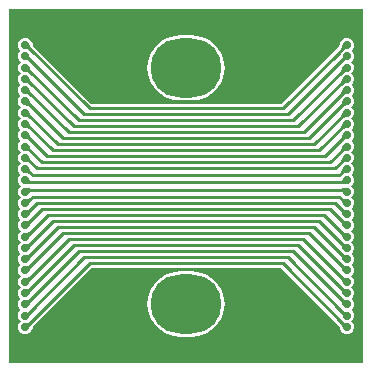
<source format=gbl>
G04*
G04 #@! TF.GenerationSoftware,Altium Limited,Altium Designer,25.8.1 (18)*
G04*
G04 Layer_Physical_Order=4*
G04 Layer_Color=16711680*
%FSLAX44Y44*%
%MOMM*%
G71*
G04*
G04 #@! TF.SameCoordinates,EA15CCC8-5DA6-4286-B6DC-50CED7DD3932*
G04*
G04*
G04 #@! TF.FilePolarity,Positive*
G04*
G01*
G75*
%ADD21C,0.2320*%
%ADD22O,6.0000X5.0000*%
%ADD23C,0.3000*%
%ADD24C,0.7000*%
G36*
X300000Y0D02*
X0D01*
Y300000D01*
X300000D01*
Y0D01*
D02*
G37*
%LPC*%
G36*
X155000Y277625D02*
X145000D01*
X140679Y277285D01*
X136463Y276273D01*
X132458Y274614D01*
X128762Y272349D01*
X125466Y269534D01*
X122651Y266238D01*
X120386Y262542D01*
X118727Y258537D01*
X117715Y254321D01*
X117375Y250000D01*
X117715Y245679D01*
X118727Y241463D01*
X120386Y237458D01*
X122651Y233762D01*
X125466Y230466D01*
X128762Y227651D01*
X132458Y225386D01*
X136463Y223727D01*
X140679Y222715D01*
X145000Y222375D01*
X155000D01*
X159321Y222715D01*
X163537Y223727D01*
X167542Y225386D01*
X171238Y227651D01*
X174534Y230466D01*
X177349Y233762D01*
X179614Y237458D01*
X181273Y241463D01*
X182285Y245679D01*
X182625Y250000D01*
X182285Y254321D01*
X181273Y258537D01*
X179614Y262542D01*
X177349Y266238D01*
X174534Y269534D01*
X171238Y272349D01*
X167542Y274614D01*
X163537Y276273D01*
X159321Y277285D01*
X155000Y277625D01*
D02*
G37*
G36*
X287201Y275290D02*
X284799D01*
X282579Y274371D01*
X280879Y272672D01*
X279960Y270452D01*
Y269827D01*
X279929Y269725D01*
X279903Y269446D01*
X279874Y269265D01*
X279838Y269104D01*
X279795Y268962D01*
X279747Y268837D01*
X279695Y268725D01*
X279637Y268622D01*
X279580Y268539D01*
X276438Y265397D01*
X275688Y264273D01*
X230887Y219473D01*
X69911D01*
X20505Y268878D01*
X20434Y268979D01*
X20360Y269102D01*
X20290Y269238D01*
X20225Y269388D01*
X20164Y269555D01*
X20109Y269741D01*
X20061Y269947D01*
X20040Y270063D01*
Y270452D01*
X19120Y272672D01*
X17421Y274371D01*
X15201Y275290D01*
X12799D01*
X10579Y274371D01*
X8880Y272672D01*
X7960Y270452D01*
Y268049D01*
X8880Y265829D01*
X10025Y264684D01*
X8464Y263123D01*
X7544Y260903D01*
Y258500D01*
X8464Y256280D01*
X10016Y254728D01*
X8880Y253592D01*
X7960Y251372D01*
Y248969D01*
X8880Y246749D01*
X10228Y245400D01*
X8880Y244052D01*
X7960Y241832D01*
Y239429D01*
X8880Y237209D01*
X10228Y235860D01*
X8880Y234512D01*
X7960Y232292D01*
Y229889D01*
X8880Y227669D01*
X10228Y226320D01*
X8880Y224972D01*
X7960Y222752D01*
Y220349D01*
X8880Y218129D01*
X10228Y216780D01*
X8880Y215432D01*
X7960Y213212D01*
Y210809D01*
X8880Y208589D01*
X10228Y207240D01*
X8880Y205892D01*
X7960Y203672D01*
Y201269D01*
X8880Y199049D01*
X10228Y197700D01*
X8880Y196352D01*
X7960Y194132D01*
Y191729D01*
X8880Y189509D01*
X10228Y188160D01*
X8880Y186812D01*
X7960Y184592D01*
Y182189D01*
X8880Y179969D01*
X10228Y178620D01*
X8880Y177271D01*
X7960Y175051D01*
Y172649D01*
X8880Y170429D01*
X10228Y169080D01*
X8880Y167731D01*
X7960Y165511D01*
Y163109D01*
X8880Y160889D01*
X10228Y159540D01*
X8880Y158191D01*
X7960Y155971D01*
Y153569D01*
X8880Y151349D01*
X10228Y150000D01*
X8880Y148651D01*
X7960Y146431D01*
Y144029D01*
X8880Y141809D01*
X10228Y140460D01*
X8880Y139111D01*
X7960Y136891D01*
Y134488D01*
X8880Y132268D01*
X10228Y130920D01*
X8880Y129571D01*
X7960Y127351D01*
Y124949D01*
X8880Y122729D01*
X10228Y121380D01*
X8880Y120031D01*
X7960Y117811D01*
Y115408D01*
X8880Y113188D01*
X10228Y111840D01*
X8880Y110491D01*
X7960Y108271D01*
Y105868D01*
X8880Y103648D01*
X10228Y102300D01*
X8880Y100951D01*
X7960Y98731D01*
Y96328D01*
X8880Y94108D01*
X10228Y92760D01*
X8880Y91411D01*
X7960Y89191D01*
Y86788D01*
X8880Y84568D01*
X10228Y83220D01*
X8880Y81871D01*
X7960Y79651D01*
Y77248D01*
X8880Y75028D01*
X10228Y73680D01*
X8880Y72331D01*
X7960Y70111D01*
Y67708D01*
X8880Y65488D01*
X10228Y64140D01*
X8880Y62791D01*
X7960Y60571D01*
Y58168D01*
X8880Y55948D01*
X10228Y54600D01*
X8880Y53251D01*
X7960Y51031D01*
Y48628D01*
X8880Y46408D01*
X10016Y45272D01*
X8464Y43720D01*
X7544Y41500D01*
Y39097D01*
X8464Y36877D01*
X10025Y35316D01*
X8880Y34171D01*
X7960Y31951D01*
Y29548D01*
X8880Y27328D01*
X10579Y25629D01*
X12799Y24709D01*
X15201D01*
X17421Y25629D01*
X19120Y27328D01*
X20040Y29548D01*
Y29937D01*
X20061Y30053D01*
X20109Y30259D01*
X20164Y30444D01*
X20225Y30612D01*
X20290Y30762D01*
X20360Y30898D01*
X20434Y31021D01*
X20505Y31122D01*
X70011Y80627D01*
X230414D01*
X279580Y31461D01*
X279637Y31378D01*
X279695Y31275D01*
X279747Y31163D01*
X279795Y31038D01*
X279838Y30896D01*
X279874Y30736D01*
X279903Y30554D01*
X279929Y30275D01*
X279960Y30173D01*
Y29548D01*
X280879Y27328D01*
X282579Y25629D01*
X284799Y24709D01*
X287201D01*
X289421Y25629D01*
X291120Y27328D01*
X292040Y29548D01*
Y31951D01*
X291120Y34171D01*
X289975Y35316D01*
X291536Y36877D01*
X292456Y39097D01*
Y41500D01*
X291536Y43720D01*
X289984Y45272D01*
X291120Y46408D01*
X292040Y48628D01*
Y51031D01*
X291120Y53251D01*
X289772Y54600D01*
X291120Y55948D01*
X292040Y58168D01*
Y60571D01*
X291120Y62791D01*
X289772Y64140D01*
X291120Y65488D01*
X292040Y67708D01*
Y70111D01*
X291120Y72331D01*
X289772Y73680D01*
X291120Y75028D01*
X292040Y77248D01*
Y79651D01*
X291120Y81871D01*
X289772Y83220D01*
X291120Y84568D01*
X292040Y86788D01*
Y89191D01*
X291120Y91411D01*
X289772Y92760D01*
X291120Y94108D01*
X292040Y96328D01*
Y98731D01*
X291120Y100951D01*
X289772Y102300D01*
X291120Y103648D01*
X292040Y105868D01*
Y108271D01*
X291120Y110491D01*
X289772Y111840D01*
X291120Y113188D01*
X292040Y115408D01*
Y117811D01*
X291120Y120031D01*
X289772Y121380D01*
X291120Y122729D01*
X292040Y124949D01*
Y127351D01*
X291120Y129571D01*
X289772Y130920D01*
X291120Y132268D01*
X292040Y134488D01*
Y136891D01*
X291120Y139111D01*
X289772Y140460D01*
X291120Y141809D01*
X292040Y144029D01*
Y146431D01*
X291120Y148651D01*
X289772Y150000D01*
X291120Y151349D01*
X292040Y153569D01*
Y155971D01*
X291120Y158191D01*
X289772Y159540D01*
X291120Y160889D01*
X292040Y163109D01*
Y165511D01*
X291120Y167731D01*
X289772Y169080D01*
X291120Y170429D01*
X292040Y172649D01*
Y175051D01*
X291120Y177271D01*
X289772Y178620D01*
X291120Y179969D01*
X292040Y182189D01*
Y184592D01*
X291120Y186812D01*
X289772Y188160D01*
X291120Y189509D01*
X292040Y191729D01*
Y194132D01*
X291120Y196352D01*
X289772Y197700D01*
X291120Y199049D01*
X292040Y201269D01*
Y203672D01*
X291120Y205892D01*
X289772Y207240D01*
X291120Y208589D01*
X292040Y210809D01*
Y213212D01*
X291120Y215432D01*
X289772Y216780D01*
X291120Y218129D01*
X292040Y220349D01*
Y222752D01*
X291120Y224972D01*
X289772Y226320D01*
X291120Y227669D01*
X292040Y229889D01*
Y232292D01*
X291120Y234512D01*
X289772Y235860D01*
X291120Y237209D01*
X292040Y239429D01*
Y241832D01*
X291120Y244052D01*
X289772Y245400D01*
X291120Y246749D01*
X292040Y248969D01*
Y251372D01*
X291120Y253592D01*
X289984Y254728D01*
X291536Y256280D01*
X292456Y258500D01*
Y260903D01*
X291536Y263123D01*
X289975Y264684D01*
X291120Y265829D01*
X292040Y268049D01*
Y270452D01*
X291120Y272672D01*
X289421Y274371D01*
X287201Y275290D01*
D02*
G37*
G36*
X155000Y77625D02*
X145000D01*
X140679Y77285D01*
X136463Y76273D01*
X132458Y74614D01*
X128762Y72349D01*
X125466Y69534D01*
X122651Y66238D01*
X120386Y62542D01*
X118727Y58537D01*
X117715Y54321D01*
X117375Y50000D01*
X117715Y45679D01*
X118727Y41463D01*
X120386Y37458D01*
X122651Y33762D01*
X125466Y30466D01*
X128762Y27651D01*
X132458Y25386D01*
X136463Y23727D01*
X140679Y22715D01*
X145000Y22375D01*
X155000D01*
X159321Y22715D01*
X163537Y23727D01*
X167542Y25386D01*
X171238Y27651D01*
X174534Y30466D01*
X177349Y33762D01*
X179614Y37458D01*
X181273Y41463D01*
X182285Y45679D01*
X182625Y50000D01*
X182285Y54321D01*
X181273Y58537D01*
X179614Y62542D01*
X177349Y66238D01*
X174534Y69534D01*
X171238Y72349D01*
X167542Y74614D01*
X163537Y76273D01*
X159321Y77285D01*
X155000Y77625D01*
D02*
G37*
%LPD*%
G36*
X285702Y265763D02*
X285354Y265780D01*
X285017Y265771D01*
X284693Y265735D01*
X284381Y265672D01*
X284081Y265583D01*
X283792Y265467D01*
X283515Y265325D01*
X283251Y265156D01*
X282998Y264961D01*
X282757Y264739D01*
X281248Y266511D01*
X281465Y266746D01*
X281663Y266995D01*
X281840Y267257D01*
X281996Y267533D01*
X282133Y267823D01*
X282248Y268127D01*
X282344Y268444D01*
X282419Y268776D01*
X282473Y269121D01*
X282507Y269479D01*
X285702Y265763D01*
D02*
G37*
G36*
X17524Y269421D02*
X17605Y269076D01*
X17703Y268745D01*
X17818Y268429D01*
X17949Y268127D01*
X18098Y267839D01*
X18262Y267566D01*
X18444Y267307D01*
X18643Y267062D01*
X18858Y266831D01*
X17502Y264905D01*
X17258Y265129D01*
X17004Y265323D01*
X16740Y265487D01*
X16465Y265622D01*
X16180Y265726D01*
X15884Y265801D01*
X15578Y265846D01*
X15262Y265861D01*
X14936Y265847D01*
X14599Y265802D01*
X17460Y269780D01*
X17524Y269421D01*
D02*
G37*
G36*
X285401Y246722D02*
X285064Y246766D01*
X284738Y246781D01*
X284422Y246766D01*
X284116Y246721D01*
X283820Y246646D01*
X283535Y246542D01*
X283260Y246407D01*
X282996Y246243D01*
X282742Y246049D01*
X282498Y245825D01*
X281142Y247751D01*
X281357Y247982D01*
X281556Y248227D01*
X281737Y248486D01*
X281902Y248759D01*
X282051Y249047D01*
X282182Y249349D01*
X282297Y249665D01*
X282395Y249996D01*
X282476Y250341D01*
X282540Y250700D01*
X285401Y246722D01*
D02*
G37*
G36*
X17524Y250341D02*
X17605Y249996D01*
X17703Y249665D01*
X17818Y249349D01*
X17949Y249047D01*
X18098Y248759D01*
X18262Y248486D01*
X18444Y248227D01*
X18643Y247982D01*
X18858Y247751D01*
X17502Y245825D01*
X17258Y246049D01*
X17004Y246243D01*
X16740Y246407D01*
X16465Y246542D01*
X16180Y246646D01*
X15884Y246721D01*
X15578Y246766D01*
X15262Y246781D01*
X14936Y246766D01*
X14599Y246722D01*
X17460Y250700D01*
X17524Y250341D01*
D02*
G37*
G36*
X285401Y237182D02*
X285064Y237226D01*
X284738Y237241D01*
X284422Y237226D01*
X284116Y237181D01*
X283820Y237106D01*
X283535Y237002D01*
X283260Y236867D01*
X282996Y236703D01*
X282742Y236509D01*
X282498Y236285D01*
X281142Y238211D01*
X281357Y238442D01*
X281556Y238687D01*
X281737Y238946D01*
X281902Y239219D01*
X282051Y239507D01*
X282182Y239809D01*
X282297Y240125D01*
X282395Y240456D01*
X282476Y240801D01*
X282540Y241160D01*
X285401Y237182D01*
D02*
G37*
G36*
X17524Y240801D02*
X17605Y240456D01*
X17703Y240125D01*
X17818Y239809D01*
X17949Y239507D01*
X18098Y239219D01*
X18262Y238946D01*
X18444Y238687D01*
X18643Y238442D01*
X18858Y238211D01*
X17502Y236285D01*
X17258Y236509D01*
X17004Y236703D01*
X16740Y236867D01*
X16465Y237002D01*
X16180Y237106D01*
X15884Y237181D01*
X15578Y237226D01*
X15262Y237241D01*
X14936Y237226D01*
X14599Y237182D01*
X17460Y241160D01*
X17524Y240801D01*
D02*
G37*
G36*
X285401Y227642D02*
X285064Y227686D01*
X284738Y227701D01*
X284422Y227686D01*
X284116Y227641D01*
X283820Y227566D01*
X283535Y227462D01*
X283260Y227327D01*
X282996Y227163D01*
X282742Y226969D01*
X282498Y226745D01*
X281142Y228671D01*
X281357Y228902D01*
X281556Y229146D01*
X281737Y229406D01*
X281902Y229679D01*
X282051Y229967D01*
X282182Y230269D01*
X282297Y230585D01*
X282395Y230916D01*
X282476Y231261D01*
X282540Y231620D01*
X285401Y227642D01*
D02*
G37*
G36*
X17524Y231261D02*
X17605Y230916D01*
X17703Y230585D01*
X17818Y230269D01*
X17949Y229967D01*
X18098Y229679D01*
X18262Y229406D01*
X18444Y229146D01*
X18643Y228902D01*
X18858Y228671D01*
X17502Y226745D01*
X17258Y226969D01*
X17004Y227163D01*
X16740Y227327D01*
X16465Y227462D01*
X16180Y227566D01*
X15884Y227641D01*
X15578Y227686D01*
X15262Y227701D01*
X14936Y227686D01*
X14599Y227642D01*
X17460Y231620D01*
X17524Y231261D01*
D02*
G37*
G36*
X285401Y218102D02*
X285064Y218146D01*
X284738Y218161D01*
X284422Y218146D01*
X284116Y218101D01*
X283820Y218026D01*
X283535Y217922D01*
X283260Y217787D01*
X282996Y217623D01*
X282742Y217429D01*
X282498Y217205D01*
X281142Y219131D01*
X281357Y219361D01*
X281556Y219606D01*
X281737Y219866D01*
X281902Y220139D01*
X282051Y220427D01*
X282182Y220729D01*
X282297Y221045D01*
X282395Y221376D01*
X282476Y221721D01*
X282540Y222080D01*
X285401Y218102D01*
D02*
G37*
G36*
X17524Y221721D02*
X17605Y221376D01*
X17703Y221045D01*
X17818Y220729D01*
X17949Y220427D01*
X18098Y220139D01*
X18262Y219866D01*
X18444Y219606D01*
X18643Y219361D01*
X18858Y219131D01*
X17502Y217205D01*
X17258Y217429D01*
X17004Y217623D01*
X16740Y217787D01*
X16465Y217922D01*
X16180Y218026D01*
X15884Y218101D01*
X15578Y218146D01*
X15262Y218161D01*
X14936Y218146D01*
X14599Y218102D01*
X17460Y222080D01*
X17524Y221721D01*
D02*
G37*
G36*
X285401Y208562D02*
X285064Y208606D01*
X284738Y208621D01*
X284422Y208606D01*
X284116Y208561D01*
X283820Y208486D01*
X283535Y208382D01*
X283260Y208247D01*
X282996Y208083D01*
X282742Y207889D01*
X282498Y207665D01*
X281142Y209591D01*
X281357Y209821D01*
X281556Y210066D01*
X281737Y210326D01*
X281902Y210599D01*
X282051Y210887D01*
X282182Y211189D01*
X282297Y211505D01*
X282395Y211836D01*
X282476Y212181D01*
X282540Y212540D01*
X285401Y208562D01*
D02*
G37*
G36*
X17524Y212181D02*
X17605Y211836D01*
X17703Y211505D01*
X17818Y211189D01*
X17949Y210887D01*
X18098Y210599D01*
X18262Y210326D01*
X18444Y210066D01*
X18643Y209821D01*
X18858Y209591D01*
X17502Y207665D01*
X17258Y207889D01*
X17004Y208083D01*
X16740Y208247D01*
X16465Y208382D01*
X16180Y208486D01*
X15884Y208561D01*
X15578Y208606D01*
X15262Y208621D01*
X14936Y208606D01*
X14599Y208562D01*
X17460Y212540D01*
X17524Y212181D01*
D02*
G37*
G36*
X285401Y199022D02*
X285064Y199066D01*
X284738Y199081D01*
X284422Y199066D01*
X284116Y199021D01*
X283820Y198946D01*
X283535Y198841D01*
X283260Y198707D01*
X282996Y198543D01*
X282742Y198349D01*
X282498Y198125D01*
X281142Y200051D01*
X281357Y200281D01*
X281556Y200526D01*
X281737Y200786D01*
X281902Y201059D01*
X282051Y201347D01*
X282182Y201649D01*
X282297Y201965D01*
X282395Y202296D01*
X282476Y202641D01*
X282540Y203000D01*
X285401Y199022D01*
D02*
G37*
G36*
X17524Y202641D02*
X17605Y202296D01*
X17703Y201965D01*
X17818Y201649D01*
X17949Y201347D01*
X18098Y201059D01*
X18262Y200786D01*
X18444Y200526D01*
X18643Y200281D01*
X18858Y200051D01*
X17502Y198125D01*
X17258Y198349D01*
X17004Y198543D01*
X16740Y198707D01*
X16465Y198841D01*
X16180Y198946D01*
X15884Y199021D01*
X15578Y199066D01*
X15262Y199081D01*
X14936Y199066D01*
X14599Y199022D01*
X17460Y203000D01*
X17524Y202641D01*
D02*
G37*
G36*
X285401Y189482D02*
X285064Y189526D01*
X284738Y189541D01*
X284422Y189526D01*
X284116Y189481D01*
X283820Y189406D01*
X283535Y189301D01*
X283260Y189167D01*
X282996Y189003D01*
X282742Y188809D01*
X282498Y188585D01*
X281142Y190511D01*
X281357Y190741D01*
X281556Y190986D01*
X281737Y191246D01*
X281902Y191519D01*
X282051Y191807D01*
X282182Y192109D01*
X282297Y192425D01*
X282395Y192756D01*
X282476Y193101D01*
X282540Y193460D01*
X285401Y189482D01*
D02*
G37*
G36*
X17524Y193101D02*
X17605Y192756D01*
X17703Y192425D01*
X17818Y192109D01*
X17949Y191807D01*
X18098Y191519D01*
X18262Y191246D01*
X18444Y190986D01*
X18643Y190741D01*
X18858Y190511D01*
X17502Y188585D01*
X17258Y188809D01*
X17004Y189003D01*
X16740Y189167D01*
X16465Y189301D01*
X16180Y189406D01*
X15884Y189481D01*
X15578Y189526D01*
X15262Y189541D01*
X14936Y189526D01*
X14599Y189482D01*
X17460Y193460D01*
X17524Y193101D01*
D02*
G37*
G36*
X285401Y179942D02*
X285064Y179986D01*
X284738Y180001D01*
X284422Y179986D01*
X284116Y179941D01*
X283820Y179866D01*
X283535Y179761D01*
X283260Y179627D01*
X282996Y179463D01*
X282742Y179269D01*
X282498Y179045D01*
X281142Y180971D01*
X281357Y181201D01*
X281556Y181446D01*
X281737Y181705D01*
X281902Y181979D01*
X282051Y182267D01*
X282182Y182569D01*
X282297Y182885D01*
X282395Y183216D01*
X282476Y183561D01*
X282540Y183920D01*
X285401Y179942D01*
D02*
G37*
G36*
X17524Y183561D02*
X17605Y183216D01*
X17703Y182885D01*
X17818Y182569D01*
X17949Y182267D01*
X18098Y181979D01*
X18262Y181705D01*
X18444Y181446D01*
X18643Y181201D01*
X18858Y180971D01*
X17502Y179045D01*
X17258Y179269D01*
X17004Y179463D01*
X16740Y179627D01*
X16465Y179761D01*
X16180Y179866D01*
X15884Y179941D01*
X15578Y179986D01*
X15262Y180001D01*
X14936Y179986D01*
X14599Y179942D01*
X17460Y183920D01*
X17524Y183561D01*
D02*
G37*
G36*
X285401Y170402D02*
X285064Y170446D01*
X284738Y170461D01*
X284422Y170446D01*
X284116Y170401D01*
X283820Y170326D01*
X283535Y170221D01*
X283260Y170087D01*
X282996Y169923D01*
X282742Y169729D01*
X282498Y169505D01*
X281142Y171431D01*
X281357Y171661D01*
X281556Y171906D01*
X281737Y172166D01*
X281902Y172439D01*
X282051Y172727D01*
X282182Y173029D01*
X282297Y173345D01*
X282395Y173676D01*
X282476Y174021D01*
X282540Y174380D01*
X285401Y170402D01*
D02*
G37*
G36*
X17524Y174021D02*
X17605Y173676D01*
X17703Y173345D01*
X17818Y173029D01*
X17949Y172727D01*
X18098Y172439D01*
X18262Y172166D01*
X18444Y171906D01*
X18643Y171661D01*
X18858Y171431D01*
X17502Y169505D01*
X17258Y169729D01*
X17004Y169923D01*
X16740Y170087D01*
X16465Y170221D01*
X16180Y170326D01*
X15884Y170401D01*
X15578Y170446D01*
X15262Y170461D01*
X14936Y170446D01*
X14599Y170402D01*
X17460Y174380D01*
X17524Y174021D01*
D02*
G37*
G36*
X285401Y160862D02*
X285064Y160906D01*
X284738Y160921D01*
X284422Y160906D01*
X284116Y160861D01*
X283820Y160786D01*
X283535Y160681D01*
X283260Y160547D01*
X282996Y160383D01*
X282742Y160189D01*
X282498Y159965D01*
X281142Y161891D01*
X281357Y162121D01*
X281556Y162366D01*
X281737Y162626D01*
X281902Y162899D01*
X282051Y163187D01*
X282182Y163489D01*
X282297Y163805D01*
X282395Y164136D01*
X282476Y164480D01*
X282540Y164840D01*
X285401Y160862D01*
D02*
G37*
G36*
X17524Y164480D02*
X17605Y164136D01*
X17703Y163805D01*
X17818Y163489D01*
X17949Y163187D01*
X18098Y162899D01*
X18262Y162626D01*
X18444Y162366D01*
X18643Y162121D01*
X18858Y161891D01*
X17502Y159965D01*
X17258Y160189D01*
X17004Y160383D01*
X16740Y160547D01*
X16465Y160681D01*
X16180Y160786D01*
X15884Y160861D01*
X15578Y160906D01*
X15262Y160921D01*
X14936Y160906D01*
X14599Y160862D01*
X17460Y164840D01*
X17524Y164480D01*
D02*
G37*
G36*
X284923Y151440D02*
X284660Y151516D01*
X284365Y151584D01*
X283682Y151696D01*
X282874Y151776D01*
X281426Y151836D01*
X280881Y151840D01*
X280454Y154160D01*
X280797Y154175D01*
X281111Y154218D01*
X281397Y154291D01*
X281655Y154394D01*
X281884Y154525D01*
X282085Y154685D01*
X282258Y154875D01*
X282402Y155094D01*
X282517Y155342D01*
X282605Y155620D01*
X284923Y151440D01*
D02*
G37*
G36*
X17483Y155342D02*
X17598Y155094D01*
X17742Y154875D01*
X17915Y154685D01*
X18116Y154525D01*
X18345Y154394D01*
X18603Y154291D01*
X18889Y154218D01*
X19203Y154175D01*
X19546Y154160D01*
X19119Y151840D01*
X18574Y151836D01*
X16318Y151696D01*
X15961Y151644D01*
X15340Y151516D01*
X15077Y151440D01*
X17395Y155620D01*
X17483Y155342D01*
D02*
G37*
G36*
X282605Y144380D02*
X282517Y144658D01*
X282402Y144906D01*
X282258Y145125D01*
X282085Y145315D01*
X281884Y145475D01*
X281655Y145606D01*
X281397Y145709D01*
X281111Y145782D01*
X280797Y145825D01*
X280454Y145840D01*
X281986Y148160D01*
X282321Y148164D01*
X283570Y148260D01*
X283859Y148304D01*
X284671Y148484D01*
X284923Y148560D01*
X282605Y144380D01*
D02*
G37*
G36*
X15329Y148484D02*
X15861Y148356D01*
X16141Y148304D01*
X17036Y148196D01*
X17353Y148176D01*
X18015Y148160D01*
X19546Y145840D01*
X19203Y145825D01*
X18889Y145781D01*
X18603Y145709D01*
X18345Y145606D01*
X18116Y145475D01*
X17915Y145315D01*
X17742Y145125D01*
X17598Y144906D01*
X17483Y144658D01*
X17395Y144380D01*
X15077Y148560D01*
X15329Y148484D01*
D02*
G37*
G36*
X18858Y138109D02*
X18643Y137879D01*
X18444Y137634D01*
X18262Y137374D01*
X18098Y137101D01*
X17949Y136813D01*
X17818Y136511D01*
X17703Y136195D01*
X17605Y135864D01*
X17524Y135519D01*
X17460Y135160D01*
X14599Y139138D01*
X14936Y139094D01*
X15262Y139079D01*
X15578Y139094D01*
X15884Y139139D01*
X16180Y139214D01*
X16465Y139319D01*
X16740Y139453D01*
X17004Y139617D01*
X17258Y139811D01*
X17502Y140035D01*
X18858Y138109D01*
D02*
G37*
G36*
X282742Y139811D02*
X282996Y139617D01*
X283260Y139453D01*
X283535Y139319D01*
X283820Y139214D01*
X284116Y139139D01*
X284422Y139094D01*
X284738Y139079D01*
X285064Y139094D01*
X285401Y139138D01*
X282540Y135160D01*
X282476Y135519D01*
X282395Y135864D01*
X282297Y136195D01*
X282182Y136511D01*
X282051Y136813D01*
X281902Y137101D01*
X281737Y137374D01*
X281556Y137634D01*
X281357Y137879D01*
X281142Y138109D01*
X282498Y140035D01*
X282742Y139811D01*
D02*
G37*
G36*
X18858Y128569D02*
X18643Y128339D01*
X18444Y128094D01*
X18262Y127835D01*
X18098Y127561D01*
X17949Y127273D01*
X17818Y126971D01*
X17703Y126655D01*
X17605Y126324D01*
X17524Y125979D01*
X17460Y125620D01*
X14599Y129598D01*
X14936Y129554D01*
X15262Y129539D01*
X15578Y129554D01*
X15884Y129599D01*
X16180Y129674D01*
X16465Y129779D01*
X16740Y129913D01*
X17004Y130077D01*
X17258Y130271D01*
X17502Y130495D01*
X18858Y128569D01*
D02*
G37*
G36*
X282742Y130271D02*
X282996Y130077D01*
X283260Y129913D01*
X283535Y129779D01*
X283820Y129674D01*
X284116Y129599D01*
X284422Y129554D01*
X284738Y129539D01*
X285064Y129554D01*
X285401Y129598D01*
X282540Y125620D01*
X282476Y125979D01*
X282395Y126324D01*
X282297Y126655D01*
X282182Y126971D01*
X282051Y127273D01*
X281902Y127561D01*
X281737Y127835D01*
X281556Y128094D01*
X281357Y128339D01*
X281142Y128569D01*
X282498Y130495D01*
X282742Y130271D01*
D02*
G37*
G36*
X18858Y119029D02*
X18643Y118799D01*
X18444Y118554D01*
X18262Y118294D01*
X18098Y118021D01*
X17949Y117733D01*
X17818Y117431D01*
X17703Y117115D01*
X17605Y116784D01*
X17524Y116439D01*
X17460Y116080D01*
X14599Y120058D01*
X14936Y120014D01*
X15262Y119999D01*
X15578Y120014D01*
X15884Y120059D01*
X16180Y120134D01*
X16465Y120239D01*
X16740Y120373D01*
X17004Y120537D01*
X17258Y120731D01*
X17502Y120955D01*
X18858Y119029D01*
D02*
G37*
G36*
X282742Y120731D02*
X282996Y120537D01*
X283260Y120373D01*
X283535Y120239D01*
X283820Y120134D01*
X284116Y120059D01*
X284422Y120014D01*
X284738Y119999D01*
X285064Y120014D01*
X285401Y120058D01*
X282540Y116080D01*
X282476Y116439D01*
X282395Y116784D01*
X282297Y117115D01*
X282182Y117431D01*
X282051Y117733D01*
X281902Y118021D01*
X281737Y118294D01*
X281556Y118554D01*
X281357Y118799D01*
X281142Y119029D01*
X282498Y120955D01*
X282742Y120731D01*
D02*
G37*
G36*
X18858Y109489D02*
X18643Y109259D01*
X18444Y109014D01*
X18262Y108754D01*
X18098Y108481D01*
X17949Y108193D01*
X17818Y107891D01*
X17703Y107575D01*
X17605Y107244D01*
X17524Y106899D01*
X17460Y106540D01*
X14599Y110518D01*
X14936Y110474D01*
X15262Y110459D01*
X15578Y110474D01*
X15884Y110519D01*
X16180Y110594D01*
X16465Y110698D01*
X16740Y110833D01*
X17004Y110997D01*
X17258Y111191D01*
X17502Y111415D01*
X18858Y109489D01*
D02*
G37*
G36*
X282742Y111191D02*
X282996Y110997D01*
X283260Y110833D01*
X283535Y110698D01*
X283820Y110594D01*
X284116Y110519D01*
X284422Y110474D01*
X284738Y110459D01*
X285064Y110474D01*
X285401Y110518D01*
X282540Y106540D01*
X282476Y106899D01*
X282395Y107244D01*
X282297Y107575D01*
X282182Y107891D01*
X282051Y108193D01*
X281902Y108481D01*
X281737Y108754D01*
X281556Y109014D01*
X281357Y109259D01*
X281142Y109489D01*
X282498Y111415D01*
X282742Y111191D01*
D02*
G37*
G36*
X18858Y99949D02*
X18643Y99719D01*
X18444Y99474D01*
X18262Y99214D01*
X18098Y98941D01*
X17949Y98653D01*
X17818Y98351D01*
X17703Y98035D01*
X17605Y97704D01*
X17524Y97359D01*
X17460Y97000D01*
X14599Y100978D01*
X14936Y100934D01*
X15262Y100919D01*
X15578Y100934D01*
X15884Y100979D01*
X16180Y101054D01*
X16465Y101158D01*
X16740Y101293D01*
X17004Y101457D01*
X17258Y101651D01*
X17502Y101875D01*
X18858Y99949D01*
D02*
G37*
G36*
X282742Y101651D02*
X282996Y101457D01*
X283260Y101293D01*
X283535Y101158D01*
X283820Y101054D01*
X284116Y100979D01*
X284422Y100934D01*
X284738Y100919D01*
X285064Y100934D01*
X285401Y100978D01*
X282540Y97000D01*
X282476Y97359D01*
X282395Y97704D01*
X282297Y98035D01*
X282182Y98351D01*
X282051Y98653D01*
X281902Y98941D01*
X281737Y99214D01*
X281556Y99474D01*
X281357Y99719D01*
X281142Y99949D01*
X282498Y101875D01*
X282742Y101651D01*
D02*
G37*
G36*
X18858Y90409D02*
X18643Y90178D01*
X18444Y89934D01*
X18262Y89674D01*
X18098Y89401D01*
X17949Y89113D01*
X17818Y88811D01*
X17703Y88495D01*
X17605Y88164D01*
X17524Y87819D01*
X17460Y87460D01*
X14599Y91438D01*
X14936Y91394D01*
X15262Y91379D01*
X15578Y91394D01*
X15884Y91439D01*
X16180Y91514D01*
X16465Y91618D01*
X16740Y91753D01*
X17004Y91917D01*
X17258Y92111D01*
X17502Y92335D01*
X18858Y90409D01*
D02*
G37*
G36*
X282742Y92111D02*
X282996Y91917D01*
X283260Y91753D01*
X283535Y91618D01*
X283820Y91514D01*
X284116Y91439D01*
X284422Y91394D01*
X284738Y91379D01*
X285064Y91394D01*
X285401Y91438D01*
X282540Y87460D01*
X282476Y87819D01*
X282395Y88164D01*
X282297Y88495D01*
X282182Y88811D01*
X282051Y89113D01*
X281902Y89401D01*
X281737Y89674D01*
X281556Y89934D01*
X281357Y90178D01*
X281142Y90409D01*
X282498Y92335D01*
X282742Y92111D01*
D02*
G37*
G36*
X18858Y80869D02*
X18643Y80639D01*
X18444Y80393D01*
X18262Y80134D01*
X18098Y79861D01*
X17949Y79573D01*
X17818Y79271D01*
X17703Y78955D01*
X17605Y78624D01*
X17524Y78279D01*
X17460Y77920D01*
X14599Y81898D01*
X14936Y81854D01*
X15262Y81839D01*
X15578Y81854D01*
X15884Y81899D01*
X16180Y81974D01*
X16465Y82078D01*
X16740Y82213D01*
X17004Y82377D01*
X17258Y82571D01*
X17502Y82795D01*
X18858Y80869D01*
D02*
G37*
G36*
X282742Y82571D02*
X282996Y82377D01*
X283260Y82213D01*
X283535Y82078D01*
X283820Y81974D01*
X284116Y81899D01*
X284422Y81854D01*
X284738Y81839D01*
X285064Y81854D01*
X285401Y81898D01*
X282540Y77920D01*
X282476Y78279D01*
X282395Y78624D01*
X282297Y78955D01*
X282182Y79271D01*
X282051Y79573D01*
X281902Y79861D01*
X281737Y80134D01*
X281556Y80393D01*
X281357Y80639D01*
X281142Y80869D01*
X282498Y82795D01*
X282742Y82571D01*
D02*
G37*
G36*
X18858Y71329D02*
X18643Y71098D01*
X18444Y70854D01*
X18262Y70594D01*
X18098Y70321D01*
X17949Y70033D01*
X17818Y69731D01*
X17703Y69415D01*
X17605Y69084D01*
X17524Y68739D01*
X17460Y68380D01*
X14599Y72358D01*
X14936Y72314D01*
X15262Y72299D01*
X15578Y72314D01*
X15884Y72359D01*
X16180Y72434D01*
X16465Y72538D01*
X16740Y72673D01*
X17004Y72837D01*
X17258Y73031D01*
X17502Y73255D01*
X18858Y71329D01*
D02*
G37*
G36*
X282742Y73031D02*
X282996Y72837D01*
X283260Y72673D01*
X283535Y72538D01*
X283820Y72434D01*
X284116Y72359D01*
X284422Y72314D01*
X284738Y72299D01*
X285064Y72314D01*
X285401Y72358D01*
X282540Y68380D01*
X282476Y68739D01*
X282395Y69084D01*
X282297Y69415D01*
X282182Y69731D01*
X282051Y70033D01*
X281902Y70321D01*
X281737Y70594D01*
X281556Y70854D01*
X281357Y71098D01*
X281142Y71329D01*
X282498Y73255D01*
X282742Y73031D01*
D02*
G37*
G36*
X18858Y61789D02*
X18643Y61558D01*
X18444Y61313D01*
X18262Y61054D01*
X18098Y60781D01*
X17949Y60493D01*
X17818Y60191D01*
X17703Y59875D01*
X17605Y59544D01*
X17524Y59199D01*
X17460Y58840D01*
X14599Y62818D01*
X14936Y62774D01*
X15262Y62759D01*
X15578Y62774D01*
X15884Y62819D01*
X16180Y62894D01*
X16465Y62998D01*
X16740Y63133D01*
X17004Y63297D01*
X17258Y63491D01*
X17502Y63715D01*
X18858Y61789D01*
D02*
G37*
G36*
X282742Y63491D02*
X282996Y63297D01*
X283260Y63133D01*
X283535Y62998D01*
X283820Y62894D01*
X284116Y62819D01*
X284422Y62774D01*
X284738Y62759D01*
X285064Y62774D01*
X285401Y62818D01*
X282540Y58840D01*
X282476Y59199D01*
X282395Y59544D01*
X282297Y59875D01*
X282182Y60191D01*
X282051Y60493D01*
X281902Y60781D01*
X281737Y61054D01*
X281556Y61313D01*
X281357Y61558D01*
X281142Y61789D01*
X282498Y63715D01*
X282742Y63491D01*
D02*
G37*
G36*
X18858Y52249D02*
X18643Y52018D01*
X18444Y51773D01*
X18262Y51514D01*
X18098Y51241D01*
X17949Y50953D01*
X17818Y50651D01*
X17703Y50335D01*
X17605Y50004D01*
X17524Y49659D01*
X17460Y49300D01*
X14599Y53278D01*
X14936Y53233D01*
X15262Y53219D01*
X15578Y53234D01*
X15884Y53279D01*
X16180Y53354D01*
X16465Y53458D01*
X16740Y53593D01*
X17004Y53757D01*
X17258Y53951D01*
X17502Y54175D01*
X18858Y52249D01*
D02*
G37*
G36*
X282742Y53951D02*
X282996Y53757D01*
X283260Y53593D01*
X283535Y53458D01*
X283820Y53354D01*
X284116Y53279D01*
X284422Y53234D01*
X284738Y53219D01*
X285064Y53233D01*
X285401Y53278D01*
X282540Y49300D01*
X282476Y49659D01*
X282395Y50004D01*
X282297Y50335D01*
X282182Y50651D01*
X282051Y50953D01*
X281902Y51241D01*
X281737Y51514D01*
X281556Y51773D01*
X281357Y52018D01*
X281142Y52249D01*
X282498Y54175D01*
X282742Y53951D01*
D02*
G37*
G36*
X18858Y33169D02*
X18643Y32938D01*
X18444Y32693D01*
X18262Y32434D01*
X18098Y32161D01*
X17949Y31873D01*
X17818Y31571D01*
X17703Y31254D01*
X17605Y30924D01*
X17524Y30579D01*
X17460Y30220D01*
X14599Y34198D01*
X14936Y34153D01*
X15262Y34139D01*
X15578Y34154D01*
X15884Y34199D01*
X16180Y34274D01*
X16465Y34378D01*
X16740Y34513D01*
X17004Y34677D01*
X17258Y34871D01*
X17502Y35094D01*
X18858Y33169D01*
D02*
G37*
G36*
X282998Y35039D02*
X283251Y34843D01*
X283515Y34675D01*
X283792Y34533D01*
X284081Y34417D01*
X284381Y34328D01*
X284693Y34265D01*
X285017Y34229D01*
X285354Y34220D01*
X285702Y34237D01*
X282507Y30521D01*
X282473Y30879D01*
X282419Y31224D01*
X282344Y31556D01*
X282248Y31873D01*
X282133Y32176D01*
X281996Y32466D01*
X281840Y32743D01*
X281663Y33005D01*
X281465Y33254D01*
X281248Y33489D01*
X282757Y35261D01*
X282998Y35039D01*
D02*
G37*
D21*
X236112Y210620D02*
X282972Y257480D01*
X232450Y215700D02*
X279106Y262356D01*
X14798Y269250D02*
X68348Y215700D01*
X232450D01*
X63888Y210620D02*
X236112D01*
X17028Y257480D02*
X63888Y210620D01*
X240572Y205540D02*
X285202Y250170D01*
X14798Y240630D02*
X54968Y200460D01*
X59428Y205540D02*
X240572D01*
X245032Y200460D02*
X285202Y240630D01*
X54968Y200460D02*
X245032D01*
X14798Y250170D02*
X59428Y205540D01*
X68448Y84400D02*
X231977D01*
X17028Y42520D02*
X63988Y89480D01*
X236012D02*
X282972Y42520D01*
X14798Y30749D02*
X68448Y84400D01*
X231977D02*
X285627Y30749D01*
X63988Y89480D02*
X236012D01*
X240472Y94560D02*
X285202Y49830D01*
X244932Y99640D02*
X285202Y59370D01*
X14798Y49830D02*
X59528Y94560D01*
X55068Y99640D02*
X244932D01*
X59528Y94560D02*
X240472D01*
X14798Y59370D02*
X55068Y99640D01*
X249392Y104720D02*
X285202Y68910D01*
X14798D02*
X50608Y104720D01*
X46148Y109800D02*
X253852D01*
X14798Y78450D02*
X46148Y109800D01*
X50608Y104720D02*
X249392D01*
X253852Y109800D02*
X285202Y78450D01*
X285627Y30749D02*
X286000D01*
X285209Y40299D02*
X286416D01*
X282988Y42520D02*
X285209Y40299D01*
X282972Y42520D02*
X282988D01*
X283023Y153000D02*
X284793Y154770D01*
X16977Y153000D02*
X283023D01*
X284793Y154770D02*
X286000D01*
X14000D02*
X15207D01*
X16977Y153000D01*
X285202Y164310D02*
X286000D01*
X258412Y185220D02*
X285202Y212010D01*
X50508Y195380D02*
X249492D01*
X23748Y164900D02*
X276252D01*
X249492Y195380D02*
X285202Y231090D01*
X37128Y180140D02*
X262872D01*
X279892Y159000D02*
X285202Y164310D01*
X249042Y159000D02*
X279892D01*
X14798Y202470D02*
X37128Y180140D01*
X20108Y159000D02*
X249042Y159000D01*
X14798Y183390D02*
X28208Y169980D01*
X267332Y175060D02*
X285202Y192930D01*
X20108Y159000D02*
X20108D01*
X14798Y164310D02*
X20108Y159000D01*
X14798Y173850D02*
X23748Y164900D01*
X271792Y169980D02*
X285202Y183390D01*
X14798Y231090D02*
X50508Y195380D01*
X253952Y190300D02*
X285202Y221550D01*
X262872Y180140D02*
X285202Y202470D01*
X32668Y175060D02*
X267332D01*
X41588Y185220D02*
X258412D01*
X14798Y192930D02*
X32668Y175060D01*
X14798Y212010D02*
X41588Y185220D01*
X276252Y164900D02*
X285202Y173850D01*
X28208Y169980D02*
X271792D01*
X20108Y159000D02*
X81062D01*
X46048Y190300D02*
X253952D01*
X14798Y221550D02*
X46048Y190300D01*
X262772Y119960D02*
X285202Y97530D01*
X276152Y135200D02*
X285202Y126150D01*
X14798Y116610D02*
X28308Y130120D01*
X14798Y107070D02*
X32768Y125040D01*
X258312Y114880D02*
X285202Y87990D01*
X14798Y97530D02*
X37228Y119960D01*
X23848Y135200D02*
X276152D01*
X14798Y126150D02*
X23848Y135200D01*
X41688Y114880D02*
X258312D01*
X267232Y125040D02*
X285202Y107070D01*
X28308Y130120D02*
X271692D01*
X37228Y119960D02*
X262772D01*
X271692Y130120D02*
X285202Y116610D01*
X14798Y87990D02*
X41688Y114880D01*
X32768Y125040D02*
X267232D01*
X82850Y141000D02*
X267892Y141000D01*
X14798Y135690D02*
X20108Y141000D01*
X285202Y135690D02*
X286000D01*
X267892Y141000D02*
X279892D01*
X285202Y135690D01*
X92104Y147000D02*
X244834Y147000D01*
X284230D01*
X286000Y145230D01*
X15770Y147000D02*
X92104D01*
X20108Y141000D02*
X82850D01*
X285202Y183390D02*
X286000D01*
X285202Y192930D02*
X286000D01*
X282972Y257480D02*
X282988D01*
X285209Y259701D02*
X286416D01*
X282988Y257480D02*
X285209Y259701D01*
X285202Y250170D02*
X286000D01*
X285202Y49830D02*
X286000D01*
X279106Y262729D02*
X285627Y269250D01*
X286000D01*
X279106Y262356D02*
Y262729D01*
X285202Y240630D02*
X286000D01*
X285202Y231090D02*
X286000D01*
X285202Y221550D02*
X286000D01*
X285202Y212010D02*
X286000D01*
X285202Y202470D02*
X286000D01*
X285202Y173850D02*
X286000D01*
X285202Y59370D02*
X286000D01*
X285202Y68910D02*
X286000D01*
X285202Y78450D02*
X286000D01*
X285202Y87990D02*
X286000D01*
X285202Y97530D02*
X286000D01*
X285202Y107070D02*
X286000D01*
X285202Y116610D02*
X286000D01*
X285202Y126150D02*
X286000D01*
X14000Y269250D02*
X14798D01*
X17012Y257480D02*
X17028D01*
X13584Y259701D02*
X14791D01*
X17012Y257480D01*
X17012Y42520D02*
X17028D01*
X14791Y40299D02*
X17012Y42520D01*
X13584Y40299D02*
X14791D01*
D22*
X150000Y250000D02*
D03*
Y50000D02*
D03*
D23*
X169062Y265643D02*
D03*
X130939D02*
D03*
X169062Y234357D02*
D03*
X130939D02*
D03*
X174000Y250000D02*
D03*
X124000D02*
D03*
X169062Y65643D02*
D03*
X176000Y50000D02*
D03*
X169062Y34357D02*
D03*
X130939D02*
D03*
X124000Y50000D02*
D03*
X130939Y65643D02*
D03*
X290000Y290000D02*
D03*
Y10000D02*
D03*
X280000Y290000D02*
D03*
Y10000D02*
D03*
X270000Y290000D02*
D03*
X275000Y280000D02*
D03*
X270000Y270000D02*
D03*
Y30000D02*
D03*
X275000Y20000D02*
D03*
X270000Y10000D02*
D03*
X260000Y290000D02*
D03*
X265000Y280000D02*
D03*
X260000Y270000D02*
D03*
Y30000D02*
D03*
X265000Y20000D02*
D03*
X260000Y10000D02*
D03*
X250000Y290000D02*
D03*
X255000Y280000D02*
D03*
X250000Y270000D02*
D03*
X255000Y260000D02*
D03*
X250000Y250000D02*
D03*
Y50000D02*
D03*
X255000Y40000D02*
D03*
X250000Y30000D02*
D03*
X255000Y20000D02*
D03*
X250000Y10000D02*
D03*
X240000Y290000D02*
D03*
X245000Y280000D02*
D03*
X240000Y270000D02*
D03*
X245000Y260000D02*
D03*
X240000Y250000D02*
D03*
Y50000D02*
D03*
X245000Y40000D02*
D03*
X240000Y30000D02*
D03*
X245000Y20000D02*
D03*
X240000Y10000D02*
D03*
X230000Y290000D02*
D03*
X235000Y280000D02*
D03*
X230000Y270000D02*
D03*
X235000Y260000D02*
D03*
X230000Y250000D02*
D03*
Y50000D02*
D03*
X235000Y40000D02*
D03*
X230000Y30000D02*
D03*
X235000Y20000D02*
D03*
X230000Y10000D02*
D03*
X220000Y290000D02*
D03*
X225000Y280000D02*
D03*
X220000Y230000D02*
D03*
Y70000D02*
D03*
X225000Y20000D02*
D03*
X220000Y10000D02*
D03*
X210000Y290000D02*
D03*
X215000Y280000D02*
D03*
Y240000D02*
D03*
Y60000D02*
D03*
Y20000D02*
D03*
X210000Y10000D02*
D03*
X200000Y290000D02*
D03*
X205000Y280000D02*
D03*
Y240000D02*
D03*
Y60000D02*
D03*
Y20000D02*
D03*
X200000Y10000D02*
D03*
X190000Y290000D02*
D03*
X195000Y280000D02*
D03*
Y240000D02*
D03*
Y60000D02*
D03*
Y20000D02*
D03*
X190000Y10000D02*
D03*
X180000Y290000D02*
D03*
X185000Y280000D02*
D03*
Y240000D02*
D03*
Y60000D02*
D03*
Y20000D02*
D03*
X180000Y10000D02*
D03*
X170000Y290000D02*
D03*
X175000Y280000D02*
D03*
Y20000D02*
D03*
X170000Y10000D02*
D03*
X160000Y290000D02*
D03*
X165000Y280000D02*
D03*
Y20000D02*
D03*
X160000Y10000D02*
D03*
X150000Y290000D02*
D03*
X155000Y280000D02*
D03*
Y20000D02*
D03*
X150000Y10000D02*
D03*
X140000Y290000D02*
D03*
X145000Y280000D02*
D03*
Y20000D02*
D03*
X140000Y10000D02*
D03*
X130000Y290000D02*
D03*
X135000Y280000D02*
D03*
Y20000D02*
D03*
X130000Y10000D02*
D03*
X120000Y290000D02*
D03*
X125000Y280000D02*
D03*
Y20000D02*
D03*
X120000Y10000D02*
D03*
X110000Y290000D02*
D03*
X115000Y280000D02*
D03*
Y240000D02*
D03*
Y60000D02*
D03*
Y20000D02*
D03*
X110000Y10000D02*
D03*
X100000Y290000D02*
D03*
X105000Y280000D02*
D03*
Y240000D02*
D03*
Y60000D02*
D03*
Y20000D02*
D03*
X100000Y10000D02*
D03*
X90000Y290000D02*
D03*
X95000Y280000D02*
D03*
Y240000D02*
D03*
Y60000D02*
D03*
Y20000D02*
D03*
X90000Y10000D02*
D03*
X80000Y290000D02*
D03*
X85000Y280000D02*
D03*
Y240000D02*
D03*
X80000Y230000D02*
D03*
Y70000D02*
D03*
X85000Y60000D02*
D03*
Y20000D02*
D03*
X80000Y10000D02*
D03*
X70000Y290000D02*
D03*
X75000Y280000D02*
D03*
X70000Y270000D02*
D03*
Y250000D02*
D03*
Y50000D02*
D03*
Y30000D02*
D03*
X75000Y20000D02*
D03*
X70000Y10000D02*
D03*
X60000Y290000D02*
D03*
X65000Y280000D02*
D03*
X60000Y270000D02*
D03*
X65000Y260000D02*
D03*
X60000Y250000D02*
D03*
Y50000D02*
D03*
X65000Y40000D02*
D03*
X60000Y30000D02*
D03*
X65000Y20000D02*
D03*
X60000Y10000D02*
D03*
X50000Y290000D02*
D03*
X55000Y280000D02*
D03*
X50000Y270000D02*
D03*
X55000Y260000D02*
D03*
X50000Y250000D02*
D03*
Y50000D02*
D03*
X55000Y40000D02*
D03*
X50000Y30000D02*
D03*
X55000Y20000D02*
D03*
X50000Y10000D02*
D03*
X40000Y290000D02*
D03*
X45000Y280000D02*
D03*
X40000Y270000D02*
D03*
X45000Y260000D02*
D03*
Y40000D02*
D03*
X40000Y30000D02*
D03*
X45000Y20000D02*
D03*
X40000Y10000D02*
D03*
X30000Y290000D02*
D03*
X35000Y280000D02*
D03*
X30000Y270000D02*
D03*
Y30000D02*
D03*
X35000Y20000D02*
D03*
X30000Y10000D02*
D03*
X20000Y290000D02*
D03*
X25000Y280000D02*
D03*
Y20000D02*
D03*
X20000Y10000D02*
D03*
X10000Y290000D02*
D03*
Y10000D02*
D03*
D24*
X286000Y30749D02*
D03*
X286416Y40299D02*
D03*
X286000Y183390D02*
D03*
Y250170D02*
D03*
Y49830D02*
D03*
X14000Y269250D02*
D03*
X13584Y259701D02*
D03*
X14000Y250170D02*
D03*
Y240630D02*
D03*
Y231090D02*
D03*
Y221550D02*
D03*
Y212010D02*
D03*
Y202470D02*
D03*
Y192930D02*
D03*
Y183390D02*
D03*
Y173850D02*
D03*
Y164310D02*
D03*
Y154770D02*
D03*
Y30749D02*
D03*
X13584Y40299D02*
D03*
X14000Y49830D02*
D03*
Y59370D02*
D03*
Y68910D02*
D03*
Y78450D02*
D03*
Y87990D02*
D03*
Y97530D02*
D03*
Y107070D02*
D03*
Y116610D02*
D03*
Y126150D02*
D03*
Y135690D02*
D03*
Y145230D02*
D03*
X286416Y259701D02*
D03*
X286000Y269250D02*
D03*
Y78450D02*
D03*
Y68910D02*
D03*
Y87990D02*
D03*
Y97530D02*
D03*
Y107070D02*
D03*
Y59370D02*
D03*
Y116610D02*
D03*
Y126150D02*
D03*
Y135690D02*
D03*
Y145230D02*
D03*
Y240630D02*
D03*
Y231090D02*
D03*
Y221550D02*
D03*
Y212010D02*
D03*
Y202470D02*
D03*
Y192930D02*
D03*
Y154770D02*
D03*
Y164310D02*
D03*
Y173850D02*
D03*
M02*

</source>
